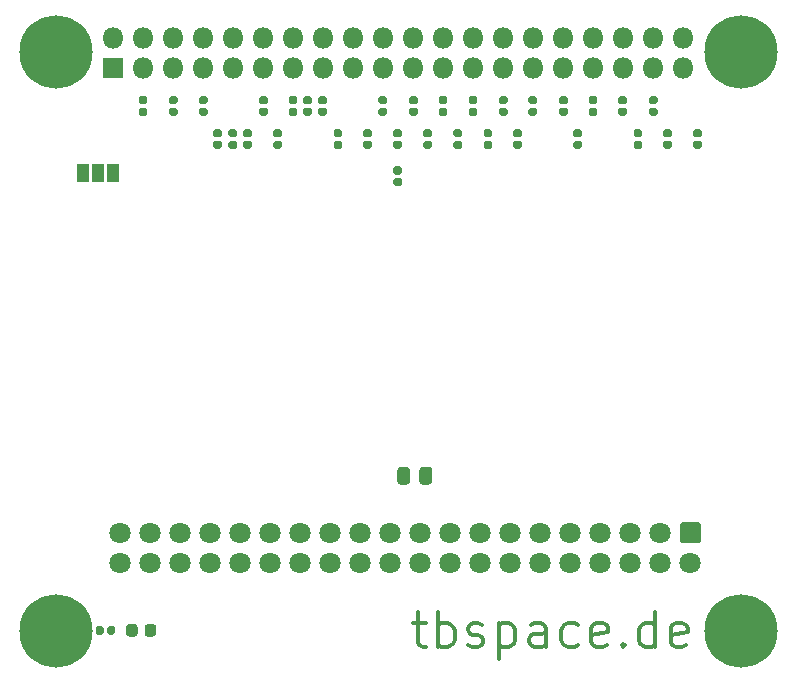
<source format=gts>
%TF.GenerationSoftware,KiCad,Pcbnew,5.1.6*%
%TF.CreationDate,2020-08-12T10:28:14+02:00*%
%TF.ProjectId,ATAPIHat-SMI,41544150-4948-4617-942d-534d492e6b69,rev?*%
%TF.SameCoordinates,Original*%
%TF.FileFunction,Soldermask,Top*%
%TF.FilePolarity,Negative*%
%FSLAX46Y46*%
G04 Gerber Fmt 4.6, Leading zero omitted, Abs format (unit mm)*
G04 Created by KiCad (PCBNEW 5.1.6) date 2020-08-12 10:28:14*
%MOMM*%
%LPD*%
G01*
G04 APERTURE LIST*
%ADD10C,0.300000*%
%ADD11C,6.200000*%
%ADD12C,1.800000*%
%ADD13R,1.100000X1.600000*%
%ADD14R,1.800000X1.800000*%
%ADD15O,1.800000X1.800000*%
G04 APERTURE END LIST*
D10*
X78614285Y-180007142D02*
X79757142Y-180007142D01*
X79042857Y-179007142D02*
X79042857Y-181578571D01*
X79185714Y-181864285D01*
X79471428Y-182007142D01*
X79757142Y-182007142D01*
X80757142Y-182007142D02*
X80757142Y-179007142D01*
X80757142Y-180150000D02*
X81042857Y-180007142D01*
X81614285Y-180007142D01*
X81900000Y-180150000D01*
X82042857Y-180292857D01*
X82185714Y-180578571D01*
X82185714Y-181435714D01*
X82042857Y-181721428D01*
X81900000Y-181864285D01*
X81614285Y-182007142D01*
X81042857Y-182007142D01*
X80757142Y-181864285D01*
X83328571Y-181864285D02*
X83614285Y-182007142D01*
X84185714Y-182007142D01*
X84471428Y-181864285D01*
X84614285Y-181578571D01*
X84614285Y-181435714D01*
X84471428Y-181150000D01*
X84185714Y-181007142D01*
X83757142Y-181007142D01*
X83471428Y-180864285D01*
X83328571Y-180578571D01*
X83328571Y-180435714D01*
X83471428Y-180150000D01*
X83757142Y-180007142D01*
X84185714Y-180007142D01*
X84471428Y-180150000D01*
X85900000Y-180007142D02*
X85900000Y-183007142D01*
X85900000Y-180150000D02*
X86185714Y-180007142D01*
X86757142Y-180007142D01*
X87042857Y-180150000D01*
X87185714Y-180292857D01*
X87328571Y-180578571D01*
X87328571Y-181435714D01*
X87185714Y-181721428D01*
X87042857Y-181864285D01*
X86757142Y-182007142D01*
X86185714Y-182007142D01*
X85900000Y-181864285D01*
X89900000Y-182007142D02*
X89900000Y-180435714D01*
X89757142Y-180150000D01*
X89471428Y-180007142D01*
X88900000Y-180007142D01*
X88614285Y-180150000D01*
X89900000Y-181864285D02*
X89614285Y-182007142D01*
X88900000Y-182007142D01*
X88614285Y-181864285D01*
X88471428Y-181578571D01*
X88471428Y-181292857D01*
X88614285Y-181007142D01*
X88900000Y-180864285D01*
X89614285Y-180864285D01*
X89900000Y-180721428D01*
X92614285Y-181864285D02*
X92328571Y-182007142D01*
X91757142Y-182007142D01*
X91471428Y-181864285D01*
X91328571Y-181721428D01*
X91185714Y-181435714D01*
X91185714Y-180578571D01*
X91328571Y-180292857D01*
X91471428Y-180150000D01*
X91757142Y-180007142D01*
X92328571Y-180007142D01*
X92614285Y-180150000D01*
X95042857Y-181864285D02*
X94757142Y-182007142D01*
X94185714Y-182007142D01*
X93900000Y-181864285D01*
X93757142Y-181578571D01*
X93757142Y-180435714D01*
X93900000Y-180150000D01*
X94185714Y-180007142D01*
X94757142Y-180007142D01*
X95042857Y-180150000D01*
X95185714Y-180435714D01*
X95185714Y-180721428D01*
X93757142Y-181007142D01*
X96471428Y-181721428D02*
X96614285Y-181864285D01*
X96471428Y-182007142D01*
X96328571Y-181864285D01*
X96471428Y-181721428D01*
X96471428Y-182007142D01*
X99185714Y-182007142D02*
X99185714Y-179007142D01*
X99185714Y-181864285D02*
X98900000Y-182007142D01*
X98328571Y-182007142D01*
X98042857Y-181864285D01*
X97900000Y-181721428D01*
X97757142Y-181435714D01*
X97757142Y-180578571D01*
X97900000Y-180292857D01*
X98042857Y-180150000D01*
X98328571Y-180007142D01*
X98900000Y-180007142D01*
X99185714Y-180150000D01*
X101757142Y-181864285D02*
X101471428Y-182007142D01*
X100900000Y-182007142D01*
X100614285Y-181864285D01*
X100471428Y-181578571D01*
X100471428Y-180435714D01*
X100614285Y-180150000D01*
X100900000Y-180007142D01*
X101471428Y-180007142D01*
X101757142Y-180150000D01*
X101900000Y-180435714D01*
X101900000Y-180721428D01*
X100471428Y-181007142D01*
D11*
%TO.C,*%
X48392628Y-131655876D03*
%TD*%
%TO.C,*%
X106392628Y-180655875D03*
%TD*%
%TO.C,*%
X48392627Y-180655877D03*
%TD*%
%TO.C,*%
X106392628Y-131655876D03*
%TD*%
%TO.C,C2*%
G36*
G01*
X79200000Y-167981250D02*
X79200000Y-167018750D01*
G75*
G02*
X79468750Y-166750000I268750J0D01*
G01*
X80006250Y-166750000D01*
G75*
G02*
X80275000Y-167018750I0J-268750D01*
G01*
X80275000Y-167981250D01*
G75*
G02*
X80006250Y-168250000I-268750J0D01*
G01*
X79468750Y-168250000D01*
G75*
G02*
X79200000Y-167981250I0J268750D01*
G01*
G37*
G36*
G01*
X77325000Y-167981250D02*
X77325000Y-167018750D01*
G75*
G02*
X77593750Y-166750000I268750J0D01*
G01*
X78131250Y-166750000D01*
G75*
G02*
X78400000Y-167018750I0J-268750D01*
G01*
X78400000Y-167981250D01*
G75*
G02*
X78131250Y-168250000I-268750J0D01*
G01*
X77593750Y-168250000D01*
G75*
G02*
X77325000Y-167981250I0J268750D01*
G01*
G37*
%TD*%
%TO.C,C1*%
G36*
G01*
X77173128Y-142284876D02*
X77568128Y-142284876D01*
G75*
G02*
X77740628Y-142457376I0J-172500D01*
G01*
X77740628Y-142802376D01*
G75*
G02*
X77568128Y-142974876I-172500J0D01*
G01*
X77173128Y-142974876D01*
G75*
G02*
X77000628Y-142802376I0J172500D01*
G01*
X77000628Y-142457376D01*
G75*
G02*
X77173128Y-142284876I172500J0D01*
G01*
G37*
G36*
G01*
X77173128Y-141314876D02*
X77568128Y-141314876D01*
G75*
G02*
X77740628Y-141487376I0J-172500D01*
G01*
X77740628Y-141832376D01*
G75*
G02*
X77568128Y-142004876I-172500J0D01*
G01*
X77173128Y-142004876D01*
G75*
G02*
X77000628Y-141832376I0J172500D01*
G01*
X77000628Y-141487376D01*
G75*
G02*
X77173128Y-141314876I172500J0D01*
G01*
G37*
%TD*%
D12*
%TO.C,J2*%
X53880628Y-174879876D03*
X56420628Y-174879876D03*
X58960628Y-174879876D03*
X61500628Y-174879876D03*
X64040628Y-174879876D03*
X66580628Y-174879876D03*
X69120628Y-174879876D03*
X71660628Y-174879876D03*
X74200628Y-174879876D03*
X76740628Y-174879876D03*
X79280628Y-174879876D03*
X81820628Y-174879876D03*
X84360628Y-174879876D03*
X86900628Y-174879876D03*
X89440628Y-174879876D03*
X91980628Y-174879876D03*
X94520628Y-174879876D03*
X97060628Y-174879876D03*
X99600628Y-174879876D03*
X102140628Y-174879876D03*
X53880628Y-172339876D03*
X56420628Y-172339876D03*
X58960628Y-172339876D03*
X61500628Y-172339876D03*
X64040628Y-172339876D03*
X66580628Y-172339876D03*
X69120628Y-172339876D03*
X71660628Y-172339876D03*
X74200628Y-172339876D03*
X76740628Y-172339876D03*
X79280628Y-172339876D03*
X81820628Y-172339876D03*
X84360628Y-172339876D03*
X86900628Y-172339876D03*
X89440628Y-172339876D03*
X91980628Y-172339876D03*
X94520628Y-172339876D03*
X97060628Y-172339876D03*
X99600628Y-172339876D03*
G36*
G01*
X101505334Y-171439876D02*
X102775922Y-171439876D01*
G75*
G02*
X103040628Y-171704582I0J-264706D01*
G01*
X103040628Y-172975170D01*
G75*
G02*
X102775922Y-173239876I-264706J0D01*
G01*
X101505334Y-173239876D01*
G75*
G02*
X101240628Y-172975170I0J264706D01*
G01*
X101240628Y-171704582D01*
G75*
G02*
X101505334Y-171439876I264706J0D01*
G01*
G37*
%TD*%
%TO.C,R33*%
G36*
G01*
X94097500Y-136060000D02*
X93702500Y-136060000D01*
G75*
G02*
X93530000Y-135887500I0J172500D01*
G01*
X93530000Y-135542500D01*
G75*
G02*
X93702500Y-135370000I172500J0D01*
G01*
X94097500Y-135370000D01*
G75*
G02*
X94270000Y-135542500I0J-172500D01*
G01*
X94270000Y-135887500D01*
G75*
G02*
X94097500Y-136060000I-172500J0D01*
G01*
G37*
G36*
G01*
X94097500Y-137030000D02*
X93702500Y-137030000D01*
G75*
G02*
X93530000Y-136857500I0J172500D01*
G01*
X93530000Y-136512500D01*
G75*
G02*
X93702500Y-136340000I172500J0D01*
G01*
X94097500Y-136340000D01*
G75*
G02*
X94270000Y-136512500I0J-172500D01*
G01*
X94270000Y-136857500D01*
G75*
G02*
X94097500Y-137030000I-172500J0D01*
G01*
G37*
%TD*%
%TO.C,R32*%
G36*
G01*
X81397500Y-136060000D02*
X81002500Y-136060000D01*
G75*
G02*
X80830000Y-135887500I0J172500D01*
G01*
X80830000Y-135542500D01*
G75*
G02*
X81002500Y-135370000I172500J0D01*
G01*
X81397500Y-135370000D01*
G75*
G02*
X81570000Y-135542500I0J-172500D01*
G01*
X81570000Y-135887500D01*
G75*
G02*
X81397500Y-136060000I-172500J0D01*
G01*
G37*
G36*
G01*
X81397500Y-137030000D02*
X81002500Y-137030000D01*
G75*
G02*
X80830000Y-136857500I0J172500D01*
G01*
X80830000Y-136512500D01*
G75*
G02*
X81002500Y-136340000I172500J0D01*
G01*
X81397500Y-136340000D01*
G75*
G02*
X81570000Y-136512500I0J-172500D01*
G01*
X81570000Y-136857500D01*
G75*
G02*
X81397500Y-137030000I-172500J0D01*
G01*
G37*
%TD*%
%TO.C,R31*%
G36*
G01*
X78897500Y-136060000D02*
X78502500Y-136060000D01*
G75*
G02*
X78330000Y-135887500I0J172500D01*
G01*
X78330000Y-135542500D01*
G75*
G02*
X78502500Y-135370000I172500J0D01*
G01*
X78897500Y-135370000D01*
G75*
G02*
X79070000Y-135542500I0J-172500D01*
G01*
X79070000Y-135887500D01*
G75*
G02*
X78897500Y-136060000I-172500J0D01*
G01*
G37*
G36*
G01*
X78897500Y-137030000D02*
X78502500Y-137030000D01*
G75*
G02*
X78330000Y-136857500I0J172500D01*
G01*
X78330000Y-136512500D01*
G75*
G02*
X78502500Y-136340000I172500J0D01*
G01*
X78897500Y-136340000D01*
G75*
G02*
X79070000Y-136512500I0J-172500D01*
G01*
X79070000Y-136857500D01*
G75*
G02*
X78897500Y-137030000I-172500J0D01*
G01*
G37*
%TD*%
%TO.C,R30*%
G36*
G01*
X85197500Y-138860000D02*
X84802500Y-138860000D01*
G75*
G02*
X84630000Y-138687500I0J172500D01*
G01*
X84630000Y-138342500D01*
G75*
G02*
X84802500Y-138170000I172500J0D01*
G01*
X85197500Y-138170000D01*
G75*
G02*
X85370000Y-138342500I0J-172500D01*
G01*
X85370000Y-138687500D01*
G75*
G02*
X85197500Y-138860000I-172500J0D01*
G01*
G37*
G36*
G01*
X85197500Y-139830000D02*
X84802500Y-139830000D01*
G75*
G02*
X84630000Y-139657500I0J172500D01*
G01*
X84630000Y-139312500D01*
G75*
G02*
X84802500Y-139140000I172500J0D01*
G01*
X85197500Y-139140000D01*
G75*
G02*
X85370000Y-139312500I0J-172500D01*
G01*
X85370000Y-139657500D01*
G75*
G02*
X85197500Y-139830000I-172500J0D01*
G01*
G37*
%TD*%
%TO.C,R29*%
G36*
G01*
X88997500Y-136060000D02*
X88602500Y-136060000D01*
G75*
G02*
X88430000Y-135887500I0J172500D01*
G01*
X88430000Y-135542500D01*
G75*
G02*
X88602500Y-135370000I172500J0D01*
G01*
X88997500Y-135370000D01*
G75*
G02*
X89170000Y-135542500I0J-172500D01*
G01*
X89170000Y-135887500D01*
G75*
G02*
X88997500Y-136060000I-172500J0D01*
G01*
G37*
G36*
G01*
X88997500Y-137030000D02*
X88602500Y-137030000D01*
G75*
G02*
X88430000Y-136857500I0J172500D01*
G01*
X88430000Y-136512500D01*
G75*
G02*
X88602500Y-136340000I172500J0D01*
G01*
X88997500Y-136340000D01*
G75*
G02*
X89170000Y-136512500I0J-172500D01*
G01*
X89170000Y-136857500D01*
G75*
G02*
X88997500Y-137030000I-172500J0D01*
G01*
G37*
%TD*%
%TO.C,R28*%
G36*
G01*
X58547500Y-136060000D02*
X58152500Y-136060000D01*
G75*
G02*
X57980000Y-135887500I0J172500D01*
G01*
X57980000Y-135542500D01*
G75*
G02*
X58152500Y-135370000I172500J0D01*
G01*
X58547500Y-135370000D01*
G75*
G02*
X58720000Y-135542500I0J-172500D01*
G01*
X58720000Y-135887500D01*
G75*
G02*
X58547500Y-136060000I-172500J0D01*
G01*
G37*
G36*
G01*
X58547500Y-137030000D02*
X58152500Y-137030000D01*
G75*
G02*
X57980000Y-136857500I0J172500D01*
G01*
X57980000Y-136512500D01*
G75*
G02*
X58152500Y-136340000I172500J0D01*
G01*
X58547500Y-136340000D01*
G75*
G02*
X58720000Y-136512500I0J-172500D01*
G01*
X58720000Y-136857500D01*
G75*
G02*
X58547500Y-137030000I-172500J0D01*
G01*
G37*
%TD*%
%TO.C,R27*%
G36*
G01*
X87302500Y-139140000D02*
X87697500Y-139140000D01*
G75*
G02*
X87870000Y-139312500I0J-172500D01*
G01*
X87870000Y-139657500D01*
G75*
G02*
X87697500Y-139830000I-172500J0D01*
G01*
X87302500Y-139830000D01*
G75*
G02*
X87130000Y-139657500I0J172500D01*
G01*
X87130000Y-139312500D01*
G75*
G02*
X87302500Y-139140000I172500J0D01*
G01*
G37*
G36*
G01*
X87302500Y-138170000D02*
X87697500Y-138170000D01*
G75*
G02*
X87870000Y-138342500I0J-172500D01*
G01*
X87870000Y-138687500D01*
G75*
G02*
X87697500Y-138860000I-172500J0D01*
G01*
X87302500Y-138860000D01*
G75*
G02*
X87130000Y-138687500I0J172500D01*
G01*
X87130000Y-138342500D01*
G75*
G02*
X87302500Y-138170000I172500J0D01*
G01*
G37*
%TD*%
%TO.C,R26*%
G36*
G01*
X92797500Y-138860000D02*
X92402500Y-138860000D01*
G75*
G02*
X92230000Y-138687500I0J172500D01*
G01*
X92230000Y-138342500D01*
G75*
G02*
X92402500Y-138170000I172500J0D01*
G01*
X92797500Y-138170000D01*
G75*
G02*
X92970000Y-138342500I0J-172500D01*
G01*
X92970000Y-138687500D01*
G75*
G02*
X92797500Y-138860000I-172500J0D01*
G01*
G37*
G36*
G01*
X92797500Y-139830000D02*
X92402500Y-139830000D01*
G75*
G02*
X92230000Y-139657500I0J172500D01*
G01*
X92230000Y-139312500D01*
G75*
G02*
X92402500Y-139140000I172500J0D01*
G01*
X92797500Y-139140000D01*
G75*
G02*
X92970000Y-139312500I0J-172500D01*
G01*
X92970000Y-139657500D01*
G75*
G02*
X92797500Y-139830000I-172500J0D01*
G01*
G37*
%TD*%
%TO.C,R25*%
G36*
G01*
X76297500Y-136060000D02*
X75902500Y-136060000D01*
G75*
G02*
X75730000Y-135887500I0J172500D01*
G01*
X75730000Y-135542500D01*
G75*
G02*
X75902500Y-135370000I172500J0D01*
G01*
X76297500Y-135370000D01*
G75*
G02*
X76470000Y-135542500I0J-172500D01*
G01*
X76470000Y-135887500D01*
G75*
G02*
X76297500Y-136060000I-172500J0D01*
G01*
G37*
G36*
G01*
X76297500Y-137030000D02*
X75902500Y-137030000D01*
G75*
G02*
X75730000Y-136857500I0J172500D01*
G01*
X75730000Y-136512500D01*
G75*
G02*
X75902500Y-136340000I172500J0D01*
G01*
X76297500Y-136340000D01*
G75*
G02*
X76470000Y-136512500I0J-172500D01*
G01*
X76470000Y-136857500D01*
G75*
G02*
X76297500Y-137030000I-172500J0D01*
G01*
G37*
%TD*%
%TO.C,R24*%
G36*
G01*
X82647500Y-138860000D02*
X82252500Y-138860000D01*
G75*
G02*
X82080000Y-138687500I0J172500D01*
G01*
X82080000Y-138342500D01*
G75*
G02*
X82252500Y-138170000I172500J0D01*
G01*
X82647500Y-138170000D01*
G75*
G02*
X82820000Y-138342500I0J-172500D01*
G01*
X82820000Y-138687500D01*
G75*
G02*
X82647500Y-138860000I-172500J0D01*
G01*
G37*
G36*
G01*
X82647500Y-139830000D02*
X82252500Y-139830000D01*
G75*
G02*
X82080000Y-139657500I0J172500D01*
G01*
X82080000Y-139312500D01*
G75*
G02*
X82252500Y-139140000I172500J0D01*
G01*
X82647500Y-139140000D01*
G75*
G02*
X82820000Y-139312500I0J-172500D01*
G01*
X82820000Y-139657500D01*
G75*
G02*
X82647500Y-139830000I-172500J0D01*
G01*
G37*
%TD*%
%TO.C,R23*%
G36*
G01*
X91597500Y-136060000D02*
X91202500Y-136060000D01*
G75*
G02*
X91030000Y-135887500I0J172500D01*
G01*
X91030000Y-135542500D01*
G75*
G02*
X91202500Y-135370000I172500J0D01*
G01*
X91597500Y-135370000D01*
G75*
G02*
X91770000Y-135542500I0J-172500D01*
G01*
X91770000Y-135887500D01*
G75*
G02*
X91597500Y-136060000I-172500J0D01*
G01*
G37*
G36*
G01*
X91597500Y-137030000D02*
X91202500Y-137030000D01*
G75*
G02*
X91030000Y-136857500I0J172500D01*
G01*
X91030000Y-136512500D01*
G75*
G02*
X91202500Y-136340000I172500J0D01*
G01*
X91597500Y-136340000D01*
G75*
G02*
X91770000Y-136512500I0J-172500D01*
G01*
X91770000Y-136857500D01*
G75*
G02*
X91597500Y-137030000I-172500J0D01*
G01*
G37*
%TD*%
%TO.C,R22*%
G36*
G01*
X61097500Y-136060000D02*
X60702500Y-136060000D01*
G75*
G02*
X60530000Y-135887500I0J172500D01*
G01*
X60530000Y-135542500D01*
G75*
G02*
X60702500Y-135370000I172500J0D01*
G01*
X61097500Y-135370000D01*
G75*
G02*
X61270000Y-135542500I0J-172500D01*
G01*
X61270000Y-135887500D01*
G75*
G02*
X61097500Y-136060000I-172500J0D01*
G01*
G37*
G36*
G01*
X61097500Y-137030000D02*
X60702500Y-137030000D01*
G75*
G02*
X60530000Y-136857500I0J172500D01*
G01*
X60530000Y-136512500D01*
G75*
G02*
X60702500Y-136340000I172500J0D01*
G01*
X61097500Y-136340000D01*
G75*
G02*
X61270000Y-136512500I0J-172500D01*
G01*
X61270000Y-136857500D01*
G75*
G02*
X61097500Y-137030000I-172500J0D01*
G01*
G37*
%TD*%
%TO.C,R21*%
G36*
G01*
X55997500Y-136060000D02*
X55602500Y-136060000D01*
G75*
G02*
X55430000Y-135887500I0J172500D01*
G01*
X55430000Y-135542500D01*
G75*
G02*
X55602500Y-135370000I172500J0D01*
G01*
X55997500Y-135370000D01*
G75*
G02*
X56170000Y-135542500I0J-172500D01*
G01*
X56170000Y-135887500D01*
G75*
G02*
X55997500Y-136060000I-172500J0D01*
G01*
G37*
G36*
G01*
X55997500Y-137030000D02*
X55602500Y-137030000D01*
G75*
G02*
X55430000Y-136857500I0J172500D01*
G01*
X55430000Y-136512500D01*
G75*
G02*
X55602500Y-136340000I172500J0D01*
G01*
X55997500Y-136340000D01*
G75*
G02*
X56170000Y-136512500I0J-172500D01*
G01*
X56170000Y-136857500D01*
G75*
G02*
X55997500Y-137030000I-172500J0D01*
G01*
G37*
%TD*%
%TO.C,R20*%
G36*
G01*
X86497500Y-136060000D02*
X86102500Y-136060000D01*
G75*
G02*
X85930000Y-135887500I0J172500D01*
G01*
X85930000Y-135542500D01*
G75*
G02*
X86102500Y-135370000I172500J0D01*
G01*
X86497500Y-135370000D01*
G75*
G02*
X86670000Y-135542500I0J-172500D01*
G01*
X86670000Y-135887500D01*
G75*
G02*
X86497500Y-136060000I-172500J0D01*
G01*
G37*
G36*
G01*
X86497500Y-137030000D02*
X86102500Y-137030000D01*
G75*
G02*
X85930000Y-136857500I0J172500D01*
G01*
X85930000Y-136512500D01*
G75*
G02*
X86102500Y-136340000I172500J0D01*
G01*
X86497500Y-136340000D01*
G75*
G02*
X86670000Y-136512500I0J-172500D01*
G01*
X86670000Y-136857500D01*
G75*
G02*
X86497500Y-137030000I-172500J0D01*
G01*
G37*
%TD*%
%TO.C,R19*%
G36*
G01*
X83527500Y-136340000D02*
X83922500Y-136340000D01*
G75*
G02*
X84095000Y-136512500I0J-172500D01*
G01*
X84095000Y-136857500D01*
G75*
G02*
X83922500Y-137030000I-172500J0D01*
G01*
X83527500Y-137030000D01*
G75*
G02*
X83355000Y-136857500I0J172500D01*
G01*
X83355000Y-136512500D01*
G75*
G02*
X83527500Y-136340000I172500J0D01*
G01*
G37*
G36*
G01*
X83527500Y-135370000D02*
X83922500Y-135370000D01*
G75*
G02*
X84095000Y-135542500I0J-172500D01*
G01*
X84095000Y-135887500D01*
G75*
G02*
X83922500Y-136060000I-172500J0D01*
G01*
X83527500Y-136060000D01*
G75*
G02*
X83355000Y-135887500I0J172500D01*
G01*
X83355000Y-135542500D01*
G75*
G02*
X83527500Y-135370000I172500J0D01*
G01*
G37*
%TD*%
%TO.C,R18*%
G36*
G01*
X69527500Y-136334876D02*
X69922500Y-136334876D01*
G75*
G02*
X70095000Y-136507376I0J-172500D01*
G01*
X70095000Y-136852376D01*
G75*
G02*
X69922500Y-137024876I-172500J0D01*
G01*
X69527500Y-137024876D01*
G75*
G02*
X69355000Y-136852376I0J172500D01*
G01*
X69355000Y-136507376D01*
G75*
G02*
X69527500Y-136334876I172500J0D01*
G01*
G37*
G36*
G01*
X69527500Y-135364876D02*
X69922500Y-135364876D01*
G75*
G02*
X70095000Y-135537376I0J-172500D01*
G01*
X70095000Y-135882376D01*
G75*
G02*
X69922500Y-136054876I-172500J0D01*
G01*
X69527500Y-136054876D01*
G75*
G02*
X69355000Y-135882376I0J172500D01*
G01*
X69355000Y-135537376D01*
G75*
G02*
X69527500Y-135364876I172500J0D01*
G01*
G37*
%TD*%
%TO.C,R17*%
G36*
G01*
X77547500Y-138860000D02*
X77152500Y-138860000D01*
G75*
G02*
X76980000Y-138687500I0J172500D01*
G01*
X76980000Y-138342500D01*
G75*
G02*
X77152500Y-138170000I172500J0D01*
G01*
X77547500Y-138170000D01*
G75*
G02*
X77720000Y-138342500I0J-172500D01*
G01*
X77720000Y-138687500D01*
G75*
G02*
X77547500Y-138860000I-172500J0D01*
G01*
G37*
G36*
G01*
X77547500Y-139830000D02*
X77152500Y-139830000D01*
G75*
G02*
X76980000Y-139657500I0J172500D01*
G01*
X76980000Y-139312500D01*
G75*
G02*
X77152500Y-139140000I172500J0D01*
G01*
X77547500Y-139140000D01*
G75*
G02*
X77720000Y-139312500I0J-172500D01*
G01*
X77720000Y-139657500D01*
G75*
G02*
X77547500Y-139830000I-172500J0D01*
G01*
G37*
%TD*%
%TO.C,R16*%
G36*
G01*
X63202500Y-139140000D02*
X63597500Y-139140000D01*
G75*
G02*
X63770000Y-139312500I0J-172500D01*
G01*
X63770000Y-139657500D01*
G75*
G02*
X63597500Y-139830000I-172500J0D01*
G01*
X63202500Y-139830000D01*
G75*
G02*
X63030000Y-139657500I0J172500D01*
G01*
X63030000Y-139312500D01*
G75*
G02*
X63202500Y-139140000I172500J0D01*
G01*
G37*
G36*
G01*
X63202500Y-138170000D02*
X63597500Y-138170000D01*
G75*
G02*
X63770000Y-138342500I0J-172500D01*
G01*
X63770000Y-138687500D01*
G75*
G02*
X63597500Y-138860000I-172500J0D01*
G01*
X63202500Y-138860000D01*
G75*
G02*
X63030000Y-138687500I0J172500D01*
G01*
X63030000Y-138342500D01*
G75*
G02*
X63202500Y-138170000I172500J0D01*
G01*
G37*
%TD*%
%TO.C,R15*%
G36*
G01*
X99197500Y-136060000D02*
X98802500Y-136060000D01*
G75*
G02*
X98630000Y-135887500I0J172500D01*
G01*
X98630000Y-135542500D01*
G75*
G02*
X98802500Y-135370000I172500J0D01*
G01*
X99197500Y-135370000D01*
G75*
G02*
X99370000Y-135542500I0J-172500D01*
G01*
X99370000Y-135887500D01*
G75*
G02*
X99197500Y-136060000I-172500J0D01*
G01*
G37*
G36*
G01*
X99197500Y-137030000D02*
X98802500Y-137030000D01*
G75*
G02*
X98630000Y-136857500I0J172500D01*
G01*
X98630000Y-136512500D01*
G75*
G02*
X98802500Y-136340000I172500J0D01*
G01*
X99197500Y-136340000D01*
G75*
G02*
X99370000Y-136512500I0J-172500D01*
G01*
X99370000Y-136857500D01*
G75*
G02*
X99197500Y-137030000I-172500J0D01*
G01*
G37*
%TD*%
%TO.C,R14*%
G36*
G01*
X74602500Y-139140000D02*
X74997500Y-139140000D01*
G75*
G02*
X75170000Y-139312500I0J-172500D01*
G01*
X75170000Y-139657500D01*
G75*
G02*
X74997500Y-139830000I-172500J0D01*
G01*
X74602500Y-139830000D01*
G75*
G02*
X74430000Y-139657500I0J172500D01*
G01*
X74430000Y-139312500D01*
G75*
G02*
X74602500Y-139140000I172500J0D01*
G01*
G37*
G36*
G01*
X74602500Y-138170000D02*
X74997500Y-138170000D01*
G75*
G02*
X75170000Y-138342500I0J-172500D01*
G01*
X75170000Y-138687500D01*
G75*
G02*
X74997500Y-138860000I-172500J0D01*
G01*
X74602500Y-138860000D01*
G75*
G02*
X74430000Y-138687500I0J172500D01*
G01*
X74430000Y-138342500D01*
G75*
G02*
X74602500Y-138170000I172500J0D01*
G01*
G37*
%TD*%
%TO.C,R13*%
G36*
G01*
X71197500Y-136060000D02*
X70802500Y-136060000D01*
G75*
G02*
X70630000Y-135887500I0J172500D01*
G01*
X70630000Y-135542500D01*
G75*
G02*
X70802500Y-135370000I172500J0D01*
G01*
X71197500Y-135370000D01*
G75*
G02*
X71370000Y-135542500I0J-172500D01*
G01*
X71370000Y-135887500D01*
G75*
G02*
X71197500Y-136060000I-172500J0D01*
G01*
G37*
G36*
G01*
X71197500Y-137030000D02*
X70802500Y-137030000D01*
G75*
G02*
X70630000Y-136857500I0J172500D01*
G01*
X70630000Y-136512500D01*
G75*
G02*
X70802500Y-136340000I172500J0D01*
G01*
X71197500Y-136340000D01*
G75*
G02*
X71370000Y-136512500I0J-172500D01*
G01*
X71370000Y-136857500D01*
G75*
G02*
X71197500Y-137030000I-172500J0D01*
G01*
G37*
%TD*%
%TO.C,R12*%
G36*
G01*
X100397500Y-138860000D02*
X100002500Y-138860000D01*
G75*
G02*
X99830000Y-138687500I0J172500D01*
G01*
X99830000Y-138342500D01*
G75*
G02*
X100002500Y-138170000I172500J0D01*
G01*
X100397500Y-138170000D01*
G75*
G02*
X100570000Y-138342500I0J-172500D01*
G01*
X100570000Y-138687500D01*
G75*
G02*
X100397500Y-138860000I-172500J0D01*
G01*
G37*
G36*
G01*
X100397500Y-139830000D02*
X100002500Y-139830000D01*
G75*
G02*
X99830000Y-139657500I0J172500D01*
G01*
X99830000Y-139312500D01*
G75*
G02*
X100002500Y-139140000I172500J0D01*
G01*
X100397500Y-139140000D01*
G75*
G02*
X100570000Y-139312500I0J-172500D01*
G01*
X100570000Y-139657500D01*
G75*
G02*
X100397500Y-139830000I-172500J0D01*
G01*
G37*
%TD*%
D13*
%TO.C,J3*%
X51975628Y-141859876D03*
X50675628Y-141859876D03*
X53275628Y-141859876D03*
%TD*%
%TO.C,R11*%
G36*
G01*
X67397500Y-138860000D02*
X67002500Y-138860000D01*
G75*
G02*
X66830000Y-138687500I0J172500D01*
G01*
X66830000Y-138342500D01*
G75*
G02*
X67002500Y-138170000I172500J0D01*
G01*
X67397500Y-138170000D01*
G75*
G02*
X67570000Y-138342500I0J-172500D01*
G01*
X67570000Y-138687500D01*
G75*
G02*
X67397500Y-138860000I-172500J0D01*
G01*
G37*
G36*
G01*
X67397500Y-139830000D02*
X67002500Y-139830000D01*
G75*
G02*
X66830000Y-139657500I0J172500D01*
G01*
X66830000Y-139312500D01*
G75*
G02*
X67002500Y-139140000I172500J0D01*
G01*
X67397500Y-139140000D01*
G75*
G02*
X67570000Y-139312500I0J-172500D01*
G01*
X67570000Y-139657500D01*
G75*
G02*
X67397500Y-139830000I-172500J0D01*
G01*
G37*
%TD*%
%TO.C,R10*%
G36*
G01*
X97897500Y-138860000D02*
X97502500Y-138860000D01*
G75*
G02*
X97330000Y-138687500I0J172500D01*
G01*
X97330000Y-138342500D01*
G75*
G02*
X97502500Y-138170000I172500J0D01*
G01*
X97897500Y-138170000D01*
G75*
G02*
X98070000Y-138342500I0J-172500D01*
G01*
X98070000Y-138687500D01*
G75*
G02*
X97897500Y-138860000I-172500J0D01*
G01*
G37*
G36*
G01*
X97897500Y-139830000D02*
X97502500Y-139830000D01*
G75*
G02*
X97330000Y-139657500I0J172500D01*
G01*
X97330000Y-139312500D01*
G75*
G02*
X97502500Y-139140000I172500J0D01*
G01*
X97897500Y-139140000D01*
G75*
G02*
X98070000Y-139312500I0J-172500D01*
G01*
X98070000Y-139657500D01*
G75*
G02*
X97897500Y-139830000I-172500J0D01*
G01*
G37*
%TD*%
%TO.C,R9*%
G36*
G01*
X62297500Y-138860000D02*
X61902500Y-138860000D01*
G75*
G02*
X61730000Y-138687500I0J172500D01*
G01*
X61730000Y-138342500D01*
G75*
G02*
X61902500Y-138170000I172500J0D01*
G01*
X62297500Y-138170000D01*
G75*
G02*
X62470000Y-138342500I0J-172500D01*
G01*
X62470000Y-138687500D01*
G75*
G02*
X62297500Y-138860000I-172500J0D01*
G01*
G37*
G36*
G01*
X62297500Y-139830000D02*
X61902500Y-139830000D01*
G75*
G02*
X61730000Y-139657500I0J172500D01*
G01*
X61730000Y-139312500D01*
G75*
G02*
X61902500Y-139140000I172500J0D01*
G01*
X62297500Y-139140000D01*
G75*
G02*
X62470000Y-139312500I0J-172500D01*
G01*
X62470000Y-139657500D01*
G75*
G02*
X62297500Y-139830000I-172500J0D01*
G01*
G37*
%TD*%
%TO.C,R8*%
G36*
G01*
X68302500Y-136340000D02*
X68697500Y-136340000D01*
G75*
G02*
X68870000Y-136512500I0J-172500D01*
G01*
X68870000Y-136857500D01*
G75*
G02*
X68697500Y-137030000I-172500J0D01*
G01*
X68302500Y-137030000D01*
G75*
G02*
X68130000Y-136857500I0J172500D01*
G01*
X68130000Y-136512500D01*
G75*
G02*
X68302500Y-136340000I172500J0D01*
G01*
G37*
G36*
G01*
X68302500Y-135370000D02*
X68697500Y-135370000D01*
G75*
G02*
X68870000Y-135542500I0J-172500D01*
G01*
X68870000Y-135887500D01*
G75*
G02*
X68697500Y-136060000I-172500J0D01*
G01*
X68302500Y-136060000D01*
G75*
G02*
X68130000Y-135887500I0J172500D01*
G01*
X68130000Y-135542500D01*
G75*
G02*
X68302500Y-135370000I172500J0D01*
G01*
G37*
%TD*%
%TO.C,R7*%
G36*
G01*
X79702500Y-139140000D02*
X80097500Y-139140000D01*
G75*
G02*
X80270000Y-139312500I0J-172500D01*
G01*
X80270000Y-139657500D01*
G75*
G02*
X80097500Y-139830000I-172500J0D01*
G01*
X79702500Y-139830000D01*
G75*
G02*
X79530000Y-139657500I0J172500D01*
G01*
X79530000Y-139312500D01*
G75*
G02*
X79702500Y-139140000I172500J0D01*
G01*
G37*
G36*
G01*
X79702500Y-138170000D02*
X80097500Y-138170000D01*
G75*
G02*
X80270000Y-138342500I0J-172500D01*
G01*
X80270000Y-138687500D01*
G75*
G02*
X80097500Y-138860000I-172500J0D01*
G01*
X79702500Y-138860000D01*
G75*
G02*
X79530000Y-138687500I0J172500D01*
G01*
X79530000Y-138342500D01*
G75*
G02*
X79702500Y-138170000I172500J0D01*
G01*
G37*
%TD*%
%TO.C,R6*%
G36*
G01*
X72497500Y-138860000D02*
X72102500Y-138860000D01*
G75*
G02*
X71930000Y-138687500I0J172500D01*
G01*
X71930000Y-138342500D01*
G75*
G02*
X72102500Y-138170000I172500J0D01*
G01*
X72497500Y-138170000D01*
G75*
G02*
X72670000Y-138342500I0J-172500D01*
G01*
X72670000Y-138687500D01*
G75*
G02*
X72497500Y-138860000I-172500J0D01*
G01*
G37*
G36*
G01*
X72497500Y-139830000D02*
X72102500Y-139830000D01*
G75*
G02*
X71930000Y-139657500I0J172500D01*
G01*
X71930000Y-139312500D01*
G75*
G02*
X72102500Y-139140000I172500J0D01*
G01*
X72497500Y-139140000D01*
G75*
G02*
X72670000Y-139312500I0J-172500D01*
G01*
X72670000Y-139657500D01*
G75*
G02*
X72497500Y-139830000I-172500J0D01*
G01*
G37*
%TD*%
%TO.C,R5*%
G36*
G01*
X102947500Y-138860000D02*
X102552500Y-138860000D01*
G75*
G02*
X102380000Y-138687500I0J172500D01*
G01*
X102380000Y-138342500D01*
G75*
G02*
X102552500Y-138170000I172500J0D01*
G01*
X102947500Y-138170000D01*
G75*
G02*
X103120000Y-138342500I0J-172500D01*
G01*
X103120000Y-138687500D01*
G75*
G02*
X102947500Y-138860000I-172500J0D01*
G01*
G37*
G36*
G01*
X102947500Y-139830000D02*
X102552500Y-139830000D01*
G75*
G02*
X102380000Y-139657500I0J172500D01*
G01*
X102380000Y-139312500D01*
G75*
G02*
X102552500Y-139140000I172500J0D01*
G01*
X102947500Y-139140000D01*
G75*
G02*
X103120000Y-139312500I0J-172500D01*
G01*
X103120000Y-139657500D01*
G75*
G02*
X102947500Y-139830000I-172500J0D01*
G01*
G37*
%TD*%
%TO.C,R4*%
G36*
G01*
X96597500Y-136060000D02*
X96202500Y-136060000D01*
G75*
G02*
X96030000Y-135887500I0J172500D01*
G01*
X96030000Y-135542500D01*
G75*
G02*
X96202500Y-135370000I172500J0D01*
G01*
X96597500Y-135370000D01*
G75*
G02*
X96770000Y-135542500I0J-172500D01*
G01*
X96770000Y-135887500D01*
G75*
G02*
X96597500Y-136060000I-172500J0D01*
G01*
G37*
G36*
G01*
X96597500Y-137030000D02*
X96202500Y-137030000D01*
G75*
G02*
X96030000Y-136857500I0J172500D01*
G01*
X96030000Y-136512500D01*
G75*
G02*
X96202500Y-136340000I172500J0D01*
G01*
X96597500Y-136340000D01*
G75*
G02*
X96770000Y-136512500I0J-172500D01*
G01*
X96770000Y-136857500D01*
G75*
G02*
X96597500Y-137030000I-172500J0D01*
G01*
G37*
%TD*%
D14*
%TO.C,J1*%
X53245628Y-132969876D03*
D15*
X53245628Y-130429876D03*
X55785628Y-132969876D03*
X55785628Y-130429876D03*
X58325628Y-132969876D03*
X58325628Y-130429876D03*
X60865628Y-132969876D03*
X60865628Y-130429876D03*
X63405628Y-132969876D03*
X63405628Y-130429876D03*
X65945628Y-132969876D03*
X65945628Y-130429876D03*
X68485628Y-132969876D03*
X68485628Y-130429876D03*
X71025628Y-132969876D03*
X71025628Y-130429876D03*
X73565628Y-132969876D03*
X73565628Y-130429876D03*
X76105628Y-132969876D03*
X76105628Y-130429876D03*
X78645628Y-132969876D03*
X78645628Y-130429876D03*
X81185628Y-132969876D03*
X81185628Y-130429876D03*
X83725628Y-132969876D03*
X83725628Y-130429876D03*
X86265628Y-132969876D03*
X86265628Y-130429876D03*
X88805628Y-132969876D03*
X88805628Y-130429876D03*
X91345628Y-132969876D03*
X91345628Y-130429876D03*
X93885628Y-132969876D03*
X93885628Y-130429876D03*
X96425628Y-132969876D03*
X96425628Y-130429876D03*
X98965628Y-132969876D03*
X98965628Y-130429876D03*
X101505628Y-132969876D03*
X101505628Y-130429876D03*
%TD*%
%TO.C,R3*%
G36*
G01*
X52750628Y-180792376D02*
X52750628Y-180397376D01*
G75*
G02*
X52923128Y-180224876I172500J0D01*
G01*
X53268128Y-180224876D01*
G75*
G02*
X53440628Y-180397376I0J-172500D01*
G01*
X53440628Y-180792376D01*
G75*
G02*
X53268128Y-180964876I-172500J0D01*
G01*
X52923128Y-180964876D01*
G75*
G02*
X52750628Y-180792376I0J172500D01*
G01*
G37*
G36*
G01*
X51780628Y-180792376D02*
X51780628Y-180397376D01*
G75*
G02*
X51953128Y-180224876I172500J0D01*
G01*
X52298128Y-180224876D01*
G75*
G02*
X52470628Y-180397376I0J-172500D01*
G01*
X52470628Y-180792376D01*
G75*
G02*
X52298128Y-180964876I-172500J0D01*
G01*
X51953128Y-180964876D01*
G75*
G02*
X51780628Y-180792376I0J172500D01*
G01*
G37*
%TD*%
%TO.C,R2*%
G36*
G01*
X66197500Y-136060000D02*
X65802500Y-136060000D01*
G75*
G02*
X65630000Y-135887500I0J172500D01*
G01*
X65630000Y-135542500D01*
G75*
G02*
X65802500Y-135370000I172500J0D01*
G01*
X66197500Y-135370000D01*
G75*
G02*
X66370000Y-135542500I0J-172500D01*
G01*
X66370000Y-135887500D01*
G75*
G02*
X66197500Y-136060000I-172500J0D01*
G01*
G37*
G36*
G01*
X66197500Y-137030000D02*
X65802500Y-137030000D01*
G75*
G02*
X65630000Y-136857500I0J172500D01*
G01*
X65630000Y-136512500D01*
G75*
G02*
X65802500Y-136340000I172500J0D01*
G01*
X66197500Y-136340000D01*
G75*
G02*
X66370000Y-136512500I0J-172500D01*
G01*
X66370000Y-136857500D01*
G75*
G02*
X66197500Y-137030000I-172500J0D01*
G01*
G37*
%TD*%
%TO.C,R1*%
G36*
G01*
X64847500Y-138860000D02*
X64452500Y-138860000D01*
G75*
G02*
X64280000Y-138687500I0J172500D01*
G01*
X64280000Y-138342500D01*
G75*
G02*
X64452500Y-138170000I172500J0D01*
G01*
X64847500Y-138170000D01*
G75*
G02*
X65020000Y-138342500I0J-172500D01*
G01*
X65020000Y-138687500D01*
G75*
G02*
X64847500Y-138860000I-172500J0D01*
G01*
G37*
G36*
G01*
X64847500Y-139830000D02*
X64452500Y-139830000D01*
G75*
G02*
X64280000Y-139657500I0J172500D01*
G01*
X64280000Y-139312500D01*
G75*
G02*
X64452500Y-139140000I172500J0D01*
G01*
X64847500Y-139140000D01*
G75*
G02*
X65020000Y-139312500I0J-172500D01*
G01*
X65020000Y-139657500D01*
G75*
G02*
X64847500Y-139830000I-172500J0D01*
G01*
G37*
%TD*%
%TO.C,D1*%
G36*
G01*
X55935628Y-180876126D02*
X55935628Y-180313626D01*
G75*
G02*
X56179378Y-180069876I243750J0D01*
G01*
X56666878Y-180069876D01*
G75*
G02*
X56910628Y-180313626I0J-243750D01*
G01*
X56910628Y-180876126D01*
G75*
G02*
X56666878Y-181119876I-243750J0D01*
G01*
X56179378Y-181119876D01*
G75*
G02*
X55935628Y-180876126I0J243750D01*
G01*
G37*
G36*
G01*
X54360628Y-180876126D02*
X54360628Y-180313626D01*
G75*
G02*
X54604378Y-180069876I243750J0D01*
G01*
X55091878Y-180069876D01*
G75*
G02*
X55335628Y-180313626I0J-243750D01*
G01*
X55335628Y-180876126D01*
G75*
G02*
X55091878Y-181119876I-243750J0D01*
G01*
X54604378Y-181119876D01*
G75*
G02*
X54360628Y-180876126I0J243750D01*
G01*
G37*
%TD*%
M02*

</source>
